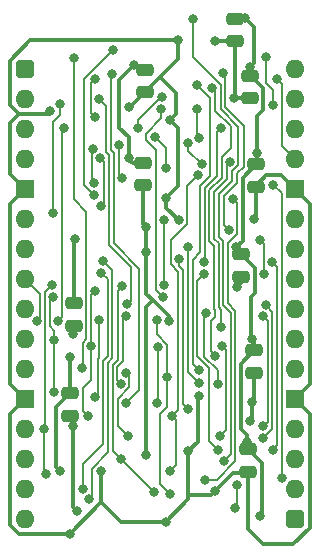
<source format=gbl>
%TF.GenerationSoftware,KiCad,Pcbnew,8.0.4*%
%TF.CreationDate,2024-08-19T17:09:53+02:00*%
%TF.ProjectId,HCP65 MPU NMI,48435036-3520-44d5-9055-204e4d492e6b,V1*%
%TF.SameCoordinates,PX54c81a0PY37b6b20*%
%TF.FileFunction,Copper,L2,Bot*%
%TF.FilePolarity,Positive*%
%FSLAX46Y46*%
G04 Gerber Fmt 4.6, Leading zero omitted, Abs format (unit mm)*
G04 Created by KiCad (PCBNEW 8.0.4) date 2024-08-19 17:09:53*
%MOMM*%
%LPD*%
G01*
G04 APERTURE LIST*
G04 Aperture macros list*
%AMRoundRect*
0 Rectangle with rounded corners*
0 $1 Rounding radius*
0 $2 $3 $4 $5 $6 $7 $8 $9 X,Y pos of 4 corners*
0 Add a 4 corners polygon primitive as box body*
4,1,4,$2,$3,$4,$5,$6,$7,$8,$9,$2,$3,0*
0 Add four circle primitives for the rounded corners*
1,1,$1+$1,$2,$3*
1,1,$1+$1,$4,$5*
1,1,$1+$1,$6,$7*
1,1,$1+$1,$8,$9*
0 Add four rect primitives between the rounded corners*
20,1,$1+$1,$2,$3,$4,$5,0*
20,1,$1+$1,$4,$5,$6,$7,0*
20,1,$1+$1,$6,$7,$8,$9,0*
20,1,$1+$1,$8,$9,$2,$3,0*%
G04 Aperture macros list end*
%TA.AperFunction,ComponentPad*%
%ADD10RoundRect,0.400000X-0.400000X-0.400000X0.400000X-0.400000X0.400000X0.400000X-0.400000X0.400000X0*%
%TD*%
%TA.AperFunction,ComponentPad*%
%ADD11O,1.600000X1.600000*%
%TD*%
%TA.AperFunction,ComponentPad*%
%ADD12R,1.600000X1.600000*%
%TD*%
%TA.AperFunction,SMDPad,CuDef*%
%ADD13RoundRect,0.250000X-0.475000X0.250000X-0.475000X-0.250000X0.475000X-0.250000X0.475000X0.250000X0*%
%TD*%
%TA.AperFunction,SMDPad,CuDef*%
%ADD14RoundRect,0.250000X0.475000X-0.250000X0.475000X0.250000X-0.475000X0.250000X-0.475000X-0.250000X0*%
%TD*%
%TA.AperFunction,ViaPad*%
%ADD15C,0.800000*%
%TD*%
%TA.AperFunction,Conductor*%
%ADD16C,0.380000*%
%TD*%
%TA.AperFunction,Conductor*%
%ADD17C,0.200000*%
%TD*%
G04 APERTURE END LIST*
D10*
%TO.P,J2,1,Pin_1*%
%TO.N,5V*%
X0Y0D03*
D11*
%TO.P,J2,2,Pin_2*%
%TO.N,~{Reset}*%
X0Y-2540000D03*
%TO.P,J2,3,Pin_3*%
%TO.N,~{RD}*%
X0Y-5080000D03*
%TO.P,J2,4,Pin_4*%
%TO.N,~{WD}*%
X0Y-7620000D03*
D12*
%TO.P,J2,5,Pin_5*%
%TO.N,GND*%
X0Y-10160000D03*
D11*
%TO.P,J2,6,Pin_6*%
%TO.N,MPU1*%
X0Y-12700000D03*
%TO.P,J2,7,Pin_7*%
%TO.N,MPU0*%
X0Y-15240000D03*
%TO.P,J2,8,Pin_8*%
%TO.N,D0*%
X0Y-17780000D03*
%TO.P,J2,9,Pin_9*%
%TO.N,D1*%
X0Y-20320000D03*
%TO.P,J2,10,Pin_10*%
%TO.N,D2*%
X0Y-22860000D03*
%TO.P,J2,11,Pin_11*%
%TO.N,D3*%
X0Y-25400000D03*
D12*
%TO.P,J2,12,Pin_12*%
%TO.N,GND*%
X0Y-27940000D03*
D11*
%TO.P,J2,13,Pin_13*%
%TO.N,D4*%
X0Y-30480000D03*
%TO.P,J2,14,Pin_14*%
%TO.N,D5*%
X0Y-33020000D03*
%TO.P,J2,15,Pin_15*%
%TO.N,D6*%
X0Y-35560000D03*
%TO.P,J2,16,Pin_16*%
%TO.N,D7*%
X0Y-38100000D03*
D10*
%TO.P,J2,17,Pin_17*%
%TO.N,5V*%
X22860000Y-38100000D03*
D11*
%TO.P,J2,18,Pin_18*%
%TO.N,Timer*%
X22860000Y-35560000D03*
%TO.P,J2,19,Pin_19*%
%TO.N,Break_{3}*%
X22860000Y-33020000D03*
%TO.P,J2,20,Pin_20*%
%TO.N,Break_{2}*%
X22860000Y-30480000D03*
D12*
%TO.P,J2,21,Pin_21*%
%TO.N,GND*%
X22860000Y-27940000D03*
D11*
%TO.P,J2,22,Pin_22*%
%TO.N,Break_{1}*%
X22860000Y-25400000D03*
%TO.P,J2,23,Pin_23*%
%TO.N,~{NMI State}*%
X22860000Y-22860000D03*
%TO.P,J2,24,Pin_24*%
%TO.N,NMI Enabled*%
X22860000Y-20320000D03*
%TO.P,J2,25,Pin_25*%
%TO.N,~{Set Timer}*%
X22860000Y-17780000D03*
%TO.P,J2,26,Pin_26*%
%TO.N,Set Enable NMI*%
X22860000Y-15240000D03*
%TO.P,J2,27,Pin_27*%
%TO.N,Set Disable NMI*%
X22860000Y-12700000D03*
D12*
%TO.P,J2,28,Pin_28*%
%TO.N,GND*%
X22860000Y-10160000D03*
D11*
%TO.P,J2,29,Pin_29*%
%TO.N,~{Set Break}_{1}*%
X22860000Y-7620000D03*
%TO.P,J2,30,Pin_30*%
%TO.N,~{Set Break}_{2}*%
X22860000Y-5080000D03*
%TO.P,J2,31,Pin_31*%
%TO.N,~{Set Break}_{3}*%
X22860000Y-2540000D03*
%TO.P,J2,32,Pin_32*%
%TO.N,~{NMI}*%
X22860000Y0D03*
%TD*%
D13*
%TO.P,C15,1*%
%TO.N,/3.3V*%
X18923000Y-32213000D03*
%TO.P,C15,2*%
%TO.N,GND*%
X18923000Y-34113000D03*
%TD*%
%TO.P,C5,1*%
%TO.N,/3.3V*%
X18288000Y-15703000D03*
%TO.P,C5,2*%
%TO.N,GND*%
X18288000Y-17603000D03*
%TD*%
%TO.P,C10,1*%
%TO.N,/3.3V*%
X19558000Y-8083000D03*
%TO.P,C10,2*%
%TO.N,GND*%
X19558000Y-9983000D03*
%TD*%
%TO.P,C1,1*%
%TO.N,/3.3V*%
X19431000Y-23831000D03*
%TO.P,C1,2*%
%TO.N,GND*%
X19431000Y-25731000D03*
%TD*%
%TO.P,C2,1*%
%TO.N,/3.3V*%
X19050000Y-590000D03*
%TO.P,C2,2*%
%TO.N,GND*%
X19050000Y-2490000D03*
%TD*%
%TO.P,C6,1*%
%TO.N,/3.3V*%
X17780000Y4236000D03*
%TO.P,C6,2*%
%TO.N,GND*%
X17780000Y2336000D03*
%TD*%
%TO.P,C3,1*%
%TO.N,/3.3V*%
X10033000Y-7956000D03*
%TO.P,C3,2*%
%TO.N,GND*%
X10033000Y-9856000D03*
%TD*%
%TO.P,C14,1*%
%TO.N,/3.3V*%
X10160000Y-82000D03*
%TO.P,C14,2*%
%TO.N,GND*%
X10160000Y-1982000D03*
%TD*%
D14*
%TO.P,C7,1*%
%TO.N,/3.3V*%
X4191000Y-21762000D03*
%TO.P,C7,2*%
%TO.N,GND*%
X4191000Y-19862000D03*
%TD*%
%TO.P,C12,1*%
%TO.N,/3.3V*%
X3810000Y-29382000D03*
%TO.P,C12,2*%
%TO.N,GND*%
X3810000Y-27482000D03*
%TD*%
D15*
%TO.N,GND*%
X12276615Y-4344307D03*
X2159000Y-3568000D03*
X16090212Y2352006D03*
%TO.N,/3.3V*%
X4445000Y-37465000D03*
%TO.N,D7*%
X5461004Y-36449000D03*
%TO.N,D6*%
X4903999Y-35560000D03*
%TO.N,GND*%
X10287000Y-32721000D03*
X2970000Y-34036000D03*
X13023623Y-12827000D03*
X12953992Y2413000D03*
X12192000Y-21336000D03*
X3784616Y-39370000D03*
X16091950Y-35761000D03*
X8801231Y-3257622D03*
X14731998Y-27686002D03*
X19098000Y-29845000D03*
X17712498Y-2427111D03*
X19269013Y-28197073D03*
X17946327Y-18484000D03*
X11938000Y-38354000D03*
X10225630Y-13351053D03*
X4232151Y-14436831D03*
X3810000Y-24383990D03*
X13843000Y-32385000D03*
X11938000Y-10922000D03*
X10290327Y-15490665D03*
X6477000Y-34048228D03*
X19431000Y-12700000D03*
%TO.N,/3.3V*%
X9238906Y312476D03*
X18796000Y-31623000D03*
X19272508Y-22900476D03*
X19685000Y-7087000D03*
X17907000Y-15113000D03*
X19050000Y127000D03*
X8826132Y-7572769D03*
X4063999Y-30225999D03*
X19939000Y-37846000D03*
X18669000Y4318000D03*
X4064004Y-22479004D03*
%TO.N,D5*%
X10922000Y-35814000D03*
X17942114Y-35252888D03*
X8128010Y-33020000D03*
X17780000Y-37211000D03*
X8255000Y-18415000D03*
%TO.N,/NMI State\u00B7WD*%
X12319006Y-34036000D03*
X14643811Y-9001487D03*
X12495501Y-29386499D03*
%TO.N,D4*%
X1651000Y-30480000D03*
X2275227Y-18287683D03*
X1778000Y-34290000D03*
%TO.N,NMI Enabled*%
X11811000Y-18288000D03*
X11811000Y-12827000D03*
%TO.N,/Write Enable NMI*%
X17653000Y-11049000D03*
X15240000Y-34798000D03*
%TO.N,~{NMI State}*%
X17356000Y-7877000D03*
X16637000Y-21844000D03*
%TO.N,~{WD}*%
X11971570Y-8393510D03*
X10988510Y-5743209D03*
%TO.N,~{Set Timer}*%
X17253000Y-13624291D03*
X16764000Y-381000D03*
%TO.N,~{Set Break}_{1}*%
X21336000Y-889000D03*
%TO.N,/Set Timer*%
X14604997Y-1396997D03*
X14784000Y-25527000D03*
%TO.N,/Set Break_{1}*%
X15874984Y-1651000D03*
X16119333Y-24266667D03*
%TO.N,~{Reset}*%
X9616132Y-5018000D03*
X11636233Y-2355818D03*
%TO.N,/Write Disable NMI*%
X21742400Y-34594800D03*
X21049208Y-9807000D03*
%TO.N,/~{Unmasked NMI}*%
X16881801Y-33167411D03*
X14224000Y4252000D03*
%TO.N,/~{Timer}\u00B7~{Break}_{1}*%
X20966002Y-16383000D03*
X21042400Y-32258000D03*
%TO.N,/~{Break}_{2}\u00B7~{Break}_{3}*%
X15171000Y-17399000D03*
X16383000Y-32258000D03*
%TO.N,/Set Break_{2}*%
X5969750Y-4113687D03*
X5959196Y-853012D03*
%TO.N,/Set Break_{3}*%
X21036000Y-3048006D03*
X20447000Y1016000D03*
%TO.N,/NMI Mask*%
X7442200Y1600200D03*
X5835528Y-10669296D03*
%TO.N,/~{Disable NMI}*%
X14990643Y-8063557D03*
X5757054Y-6778768D03*
X13840085Y-6266944D03*
X5842000Y-9652000D03*
%TO.N,/~{Enable NMI}*%
X6421207Y-11637989D03*
X6382333Y-7561000D03*
%TO.N,Break_{1}*%
X15367000Y-20701000D03*
X16318000Y-26670000D03*
%TO.N,Timer*%
X12280269Y-35984607D03*
X12054652Y-26109992D03*
X11176004Y-21284000D03*
%TO.N,D3*%
X5969000Y-18796000D03*
X5612000Y-23501586D03*
X5386190Y-29411810D03*
%TO.N,/~{Clear Timer}*%
X11175998Y-28298000D03*
X11238000Y-23513502D03*
%TO.N,D2*%
X2394000Y-19284000D03*
X2478000Y-27323916D03*
X2477994Y-22925002D03*
%TO.N,/~{Timer}*%
X14750975Y-26588689D03*
X13843000Y-15051000D03*
%TO.N,/~{Break}_{1}*%
X13038000Y-16129000D03*
X13843000Y-28829000D03*
%TO.N,D1*%
X8123000Y-26670000D03*
X8574000Y-20955001D03*
%TO.N,/~{Clear Break}_{1}*%
X16717961Y-23431500D03*
X8585498Y-25783379D03*
X16510000Y-31115000D03*
X8763000Y-31115000D03*
%TO.N,D7*%
X6604000Y-16256000D03*
%TO.N,/~{Break}_{2}*%
X2413000Y-12192000D03*
X19939000Y-14478000D03*
X2973970Y-2938000D03*
X20265996Y-17398998D03*
%TO.N,/~{Break}_{3}*%
X16579446Y-5010558D03*
X15171000Y-16385981D03*
%TO.N,/~{Clear Break}_{2}*%
X4855001Y-25316000D03*
X4191000Y889000D03*
%TO.N,/~{Clear Break}_{3}*%
X8569000Y-28256000D03*
X7347527Y-400321D03*
%TO.N,Break_{3}*%
X11668037Y-19284000D03*
X20193000Y-31242000D03*
X20399533Y-19992483D03*
X11557000Y-3404733D03*
%TO.N,Break_{2}*%
X20193000Y-30226000D03*
X8636000Y-19939000D03*
X6285000Y-2533687D03*
X20131323Y-20955846D03*
%TO.N,~{RD}*%
X2794000Y-21336000D03*
X3310001Y-5018000D03*
%TO.N,D0*%
X5923000Y-27819137D03*
X6316000Y-21265140D03*
X994000Y-21305882D03*
%TO.N,D6*%
X6477000Y-17272000D03*
%TO.N,/~{Reset}_{2}*%
X8001000Y-6418000D03*
X14732638Y-5816000D03*
X8221063Y-9207500D03*
X14605000Y-3429000D03*
%TD*%
D16*
%TO.N,GND*%
X12827000Y-2032000D02*
X11468500Y-673500D01*
X12827000Y-3793922D02*
X12827000Y-2032000D01*
X12276615Y-4344307D02*
X12827000Y-3793922D01*
X10160000Y-1982000D02*
X11468500Y-673500D01*
X11468500Y-673500D02*
X12953992Y811992D01*
D17*
%TO.N,~{Reset}*%
X11545254Y-2355818D02*
X11636233Y-2355818D01*
X9616132Y-4284940D02*
X11545254Y-2355818D01*
X9616132Y-5018000D02*
X9616132Y-4284940D01*
%TO.N,Break_{3}*%
X11557000Y-4153896D02*
X11557000Y-3404733D01*
X10238510Y-5472386D02*
X11557000Y-4153896D01*
X10238510Y-6053870D02*
X10238510Y-5472386D01*
X11074000Y-6889360D02*
X10238510Y-6053870D01*
X11074000Y-18689963D02*
X11074000Y-6889360D01*
X11668037Y-19284000D02*
X11074000Y-18689963D01*
D16*
%TO.N,GND*%
X12954000Y-5021692D02*
X12276615Y-4344307D01*
X12954000Y-9271000D02*
X12954000Y-5021692D01*
D17*
%TO.N,~{WD}*%
X11971570Y-8393510D02*
X11971570Y-6726269D01*
X11971570Y-6726269D02*
X10988510Y-5743209D01*
D16*
%TO.N,GND*%
X12954000Y-9906000D02*
X12954000Y-9271000D01*
X11938000Y-10922000D02*
X12954000Y-9906000D01*
X11938000Y-11741377D02*
X11938000Y-10922000D01*
X13023623Y-12827000D02*
X11938000Y-11741377D01*
D17*
%TO.N,/NMI State\u00B7WD*%
X13723623Y-13116950D02*
X12338000Y-14502573D01*
X12338000Y-16529000D02*
X13005000Y-17196000D01*
%TO.N,/Set Timer*%
X15710000Y-2502000D02*
X14604997Y-1396997D01*
X14826000Y-9930623D02*
X15710000Y-9046623D01*
X14826000Y-15527000D02*
X14826000Y-9930623D01*
%TO.N,/NMI State\u00B7WD*%
X13005000Y-17196000D02*
X13005000Y-28877000D01*
%TO.N,/Set Timer*%
X14784000Y-25527000D02*
X14205000Y-24948000D01*
%TO.N,/NMI State\u00B7WD*%
X12338000Y-14502573D02*
X12338000Y-16529000D01*
%TO.N,/~{Break}_{3}*%
X16256000Y-5334004D02*
X16579446Y-5010558D01*
X16256000Y-9066309D02*
X16256000Y-5334004D01*
X15226000Y-10096309D02*
X16256000Y-9066309D01*
%TO.N,/Set Break_{1}*%
X15748000Y-21309950D02*
X15748000Y-23895334D01*
X15748000Y-23895334D02*
X16119333Y-24266667D01*
X16067000Y-20990950D02*
X15748000Y-21309950D01*
X16067000Y-20411052D02*
X16067000Y-20990950D01*
X16007000Y-14991000D02*
X16007000Y-20351052D01*
%TO.N,/NMI State\u00B7WD*%
X14643811Y-9001487D02*
X13723623Y-9921675D01*
X13005000Y-28877000D02*
X12495501Y-29386499D01*
%TO.N,/Set Break_{1}*%
X15626000Y-14610000D02*
X16007000Y-14991000D01*
%TO.N,/Set Timer*%
X15710000Y-9046623D02*
X15710000Y-2502000D01*
%TO.N,/Set Break_{1}*%
X15626000Y-10261994D02*
X15626000Y-14610000D01*
X16007000Y-20351052D02*
X16067000Y-20411052D01*
X16656000Y-7474000D02*
X16656000Y-9231994D01*
X17418000Y-6712000D02*
X16656000Y-7474000D01*
X15874984Y-1651000D02*
X16110000Y-1886016D01*
%TO.N,/Set Timer*%
X14205000Y-16148000D02*
X14826000Y-15527000D01*
%TO.N,/Set Break_{1}*%
X16656000Y-9231994D02*
X15626000Y-10261994D01*
X16110000Y-1886016D02*
X16110000Y-3537000D01*
%TO.N,/NMI State\u00B7WD*%
X13723623Y-9921675D02*
X13723623Y-13116950D01*
%TO.N,/~{Disable NMI}*%
X13840085Y-6912999D02*
X14990643Y-8063557D01*
%TO.N,/~{Break}_{3}*%
X15171000Y-16385981D02*
X15226000Y-16330981D01*
%TO.N,/Set Timer*%
X14205000Y-24948000D02*
X14205000Y-16148000D01*
%TO.N,/~{Break}_{3}*%
X15226000Y-16330981D02*
X15226000Y-10096309D01*
%TO.N,/Set Break_{1}*%
X17418000Y-4845000D02*
X17418000Y-6712000D01*
%TO.N,/~{Disable NMI}*%
X13840085Y-6266944D02*
X13840085Y-6912999D01*
%TO.N,/Set Break_{1}*%
X16110000Y-3537000D02*
X17418000Y-4845000D01*
%TO.N,/Set Break_{3}*%
X21036000Y-1771939D02*
X21036000Y-3048006D01*
X20447000Y1016000D02*
X20447000Y-1182939D01*
X20447000Y-1182939D02*
X21036000Y-1771939D01*
D16*
%TO.N,/3.3V*%
X19685000Y-4028548D02*
X19685000Y-7087000D01*
X20193000Y-1621903D02*
X20193000Y-3520548D01*
X20193000Y-3520548D02*
X19685000Y-4028548D01*
X19431000Y-859903D02*
X20193000Y-1621903D01*
X19431000Y508000D02*
X19050000Y127000D01*
X18669000Y4318000D02*
X19431000Y3556000D01*
X19431000Y3556000D02*
X19431000Y508000D01*
X19050000Y-590000D02*
X19050000Y127000D01*
%TO.N,GND*%
X17780000Y-2359609D02*
X17780000Y2336000D01*
X17775387Y-2490000D02*
X19050000Y-2490000D01*
X17712498Y-2427111D02*
X17775387Y-2490000D01*
X17712498Y-2427111D02*
X17780000Y-2359609D01*
%TO.N,/3.3V*%
X8826132Y-5778132D02*
X8826132Y-7572769D01*
X8011229Y-915201D02*
X8011229Y-4963229D01*
X8011229Y-4963229D02*
X8826132Y-5778132D01*
X9238906Y312476D02*
X8011229Y-915201D01*
D17*
%TO.N,/~{Unmasked NMI}*%
X14224000Y1016000D02*
X14224000Y4252000D01*
X16575000Y-1335000D02*
X14224000Y1016000D01*
X16575000Y-3436314D02*
X16575000Y-1335000D01*
X18056000Y-4917314D02*
X16575000Y-3436314D01*
X18056000Y-8175314D02*
X18056000Y-4917314D01*
X17553000Y-8678314D02*
X18056000Y-8175314D01*
X17553000Y-9466365D02*
X17553000Y-8678314D01*
X16426000Y-10593365D02*
X17553000Y-9466365D01*
X16426000Y-14223999D02*
X16426000Y-10593365D01*
X16807000Y-20019680D02*
X16807000Y-14605000D01*
X17418001Y-32631211D02*
X17418001Y-20630681D01*
X16807000Y-14605000D02*
X16426000Y-14223999D01*
X16881801Y-33167411D02*
X17418001Y-32631211D01*
X17418001Y-20630681D02*
X16807000Y-20019680D01*
D16*
%TO.N,GND*%
X-1270000Y-3048000D02*
X-508000Y-3810000D01*
X-1270000Y697312D02*
X-1270000Y-3048000D01*
X1917000Y-3810000D02*
X2159000Y-3568000D01*
X-1270000Y-8890000D02*
X-1270000Y-4572000D01*
X-1270000Y-4572000D02*
X-508000Y-3810000D01*
X-508000Y-3810000D02*
X1917000Y-3810000D01*
D17*
%TO.N,/~{Break}_{2}*%
X2413000Y-4478000D02*
X2413000Y-12192000D01*
X2973970Y-3917030D02*
X2413000Y-4478000D01*
X2973970Y-2938000D02*
X2973970Y-3917030D01*
D16*
%TO.N,GND*%
X16106218Y2336000D02*
X16090212Y2352006D01*
X17780000Y2336000D02*
X16106218Y2336000D01*
D17*
%TO.N,/NMI Mask*%
X4965000Y-9798768D02*
X5835528Y-10669296D01*
X4965000Y-857258D02*
X4965000Y-9798768D01*
X7422458Y1600200D02*
X4965000Y-857258D01*
X7442200Y1600200D02*
X7422458Y1600200D01*
%TO.N,/~{Disable NMI}*%
X5673455Y-9483455D02*
X5842000Y-9652000D01*
X5757054Y-6778768D02*
X5673455Y-6862367D01*
X5673455Y-6862367D02*
X5673455Y-9483455D01*
%TO.N,/~{Reset}_{2}*%
X8001000Y-8987437D02*
X8001000Y-6418000D01*
X8221063Y-9207500D02*
X8001000Y-8987437D01*
%TO.N,D7*%
X5653999Y-36256005D02*
X5461004Y-36449000D01*
D16*
%TO.N,/3.3V*%
X4063999Y-37083999D02*
X4063999Y-30225999D01*
D17*
%TO.N,D7*%
X7023000Y-32474000D02*
X5653999Y-33843001D01*
X7023000Y-24891678D02*
X7023000Y-32474000D01*
X7416000Y-24498678D02*
X7023000Y-24891678D01*
X7416000Y-17068000D02*
X7416000Y-24498678D01*
X6604000Y-16256000D02*
X7416000Y-17068000D01*
%TO.N,D6*%
X4903999Y-33450001D02*
X4903999Y-35560000D01*
X7016000Y-17811000D02*
X7016000Y-24332994D01*
D16*
%TO.N,/3.3V*%
X4445000Y-37465000D02*
X4063999Y-37083999D01*
D17*
%TO.N,D6*%
X6477000Y-17272000D02*
X7016000Y-17811000D01*
%TO.N,D7*%
X5653999Y-33843001D02*
X5653999Y-36256005D01*
%TO.N,D6*%
X7016000Y-24332994D02*
X6623000Y-24725994D01*
X6623000Y-31731000D02*
X4903999Y-33450001D01*
X6623000Y-24725994D02*
X6623000Y-31731000D01*
D16*
%TO.N,GND*%
X3810000Y-27482000D02*
X2667000Y-28625000D01*
X2667000Y-33733000D02*
X2970000Y-34036000D01*
X2667000Y-28625000D02*
X2667000Y-33733000D01*
%TO.N,/3.3V*%
X18796000Y-31623000D02*
X18796000Y-30968000D01*
X18796000Y-30968000D02*
X18308000Y-30480000D01*
X18308000Y-24954000D02*
X18308000Y-30480000D01*
X18923000Y-31750000D02*
X18796000Y-31623000D01*
X18923000Y-32213000D02*
X18923000Y-31750000D01*
X19431000Y-23831000D02*
X18308000Y-24954000D01*
%TO.N,GND*%
X18923000Y-38989000D02*
X18923000Y-34113000D01*
X20193000Y-40259000D02*
X18923000Y-38989000D01*
X22733000Y-40259000D02*
X20193000Y-40259000D01*
X24130000Y-29210000D02*
X24130000Y-38862000D01*
%TO.N,/3.3V*%
X18923000Y-32213000D02*
X20066000Y-33356000D01*
X20066000Y-33356000D02*
X20066000Y-37719000D01*
%TO.N,GND*%
X22860000Y-27940000D02*
X24130000Y-29210000D01*
X24130000Y-38862000D02*
X22733000Y-40259000D01*
%TO.N,/3.3V*%
X20066000Y-37719000D02*
X19939000Y-37846000D01*
%TO.N,GND*%
X445688Y2413000D02*
X-1270000Y697312D01*
X12953992Y2413000D02*
X445688Y2413000D01*
X-1270000Y-8890000D02*
X0Y-10160000D01*
X-1270000Y-38608000D02*
X-508000Y-39370000D01*
X-1270000Y-29210000D02*
X-1270000Y-38608000D01*
X-508000Y-39370000D02*
X3784616Y-39370000D01*
X0Y-27940000D02*
X-1270000Y-29210000D01*
X24130000Y-11430000D02*
X24130000Y-26670000D01*
X24130000Y-26670000D02*
X22860000Y-27940000D01*
X22860000Y-10160000D02*
X24130000Y-11430000D01*
D17*
%TO.N,~{RD}*%
X3126477Y-5201524D02*
X3310001Y-5018000D01*
X2794000Y-21336000D02*
X3126477Y-21003523D01*
X3126477Y-21003523D02*
X3126477Y-5201524D01*
%TO.N,NMI Enabled*%
X11811000Y-18288000D02*
X11811000Y-12827000D01*
D16*
%TO.N,GND*%
X10033000Y-9856000D02*
X10033000Y-13158423D01*
X10290327Y-13415750D02*
X10225630Y-13351053D01*
X10290327Y-15490665D02*
X10290327Y-13415750D01*
X10033000Y-13158423D02*
X10225630Y-13351053D01*
X10290327Y-19023519D02*
X10290327Y-15490665D01*
X10873404Y-19606596D02*
X10290327Y-19023519D01*
D17*
%TO.N,/~{Clear Break}_{3}*%
X7521063Y-7140064D02*
X7265545Y-6884546D01*
X7265545Y-6884546D02*
X7265545Y-482303D01*
X7265545Y-482303D02*
X7347527Y-400321D01*
X7521063Y-14760063D02*
X7521063Y-7140064D01*
X9674000Y-16913000D02*
X7521063Y-14760063D01*
X9674000Y-27151000D02*
X9674000Y-16913000D01*
X8569000Y-28256000D02*
X9674000Y-27151000D01*
D16*
%TO.N,GND*%
X10287000Y-20193000D02*
X10287000Y-32721000D01*
X10873404Y-19606596D02*
X10287000Y-20193000D01*
X12192000Y-20925192D02*
X10873404Y-19606596D01*
D17*
%TO.N,/~{Clear Break}_{1}*%
X7869000Y-30221000D02*
X8763000Y-31115000D01*
X7869000Y-27913950D02*
X7869000Y-30221000D01*
X8585498Y-25783379D02*
X8828000Y-26025881D01*
X8828000Y-26025881D02*
X8828000Y-26954950D01*
X8828000Y-26954950D02*
X7869000Y-27913950D01*
X17018001Y-23731540D02*
X17018001Y-30606999D01*
X17018001Y-30606999D02*
X16510000Y-31115000D01*
X16717961Y-23431500D02*
X17018001Y-23731540D01*
%TO.N,Timer*%
X11176004Y-22460054D02*
X11176004Y-21284000D01*
X12054652Y-26109992D02*
X12054652Y-23338702D01*
X12054652Y-23338702D02*
X11176004Y-22460054D01*
X11442000Y-35146338D02*
X12280269Y-35984607D01*
X11442000Y-29198000D02*
X11442000Y-35146338D01*
X12054652Y-26109992D02*
X12054652Y-28585348D01*
X12054652Y-28585348D02*
X11442000Y-29198000D01*
%TO.N,/~{Clear Timer}*%
X11238000Y-23513502D02*
X11239498Y-23515000D01*
X11239498Y-23515000D02*
X11239498Y-28234500D01*
X11239498Y-28234500D02*
X11175998Y-28298000D01*
D16*
%TO.N,GND*%
X3810000Y-27482000D02*
X3810000Y-24383990D01*
X13843000Y-32385000D02*
X14668496Y-31559504D01*
X14668496Y-31559504D02*
X14668496Y-27749504D01*
D17*
%TO.N,/~{Timer}*%
X13843000Y-15051000D02*
X13805000Y-15089000D01*
X13805000Y-25642714D02*
X14750975Y-26588689D01*
X13805000Y-15089000D02*
X13805000Y-25642714D01*
D16*
%TO.N,GND*%
X14668496Y-27749504D02*
X14731998Y-27686002D01*
%TO.N,/3.3V*%
X9329380Y222002D02*
X9238906Y312476D01*
X9855998Y222002D02*
X9329380Y222002D01*
%TO.N,GND*%
X-1270000Y-11430000D02*
X-1270000Y-26670000D01*
X-1270000Y-26670000D02*
X0Y-27940000D01*
X0Y-10160000D02*
X-1270000Y-11430000D01*
X4191000Y-19862000D02*
X4191000Y-14477982D01*
X4191000Y-14477982D02*
X4232151Y-14436831D01*
D17*
%TO.N,D0*%
X1270000Y-21029882D02*
X1270000Y-19050000D01*
X994000Y-21305882D02*
X1270000Y-21029882D01*
X1270000Y-19050000D02*
X0Y-17780000D01*
%TO.N,D2*%
X2094000Y-19584000D02*
X2394000Y-19284000D01*
X2094000Y-21779000D02*
X2094000Y-19584000D01*
X2477994Y-22162994D02*
X2094000Y-21779000D01*
X2477994Y-22925002D02*
X2477994Y-22162994D01*
X2478000Y-22925008D02*
X2477994Y-22925002D01*
X2478000Y-27323916D02*
X2478000Y-22925008D01*
%TO.N,D5*%
X8128010Y-33020010D02*
X10922000Y-35814000D01*
X8128010Y-33020000D02*
X8128010Y-33020010D01*
X7423000Y-25057364D02*
X7423000Y-32314990D01*
X7874000Y-24606364D02*
X7423000Y-25057364D01*
X7874000Y-18796000D02*
X7874000Y-24606364D01*
X7423000Y-32314990D02*
X8128010Y-33020000D01*
X8255000Y-18415000D02*
X7874000Y-18796000D01*
%TO.N,/Write Enable NMI*%
X16241163Y-34798000D02*
X15240000Y-34798000D01*
X17818001Y-33221162D02*
X16241163Y-34798000D01*
X17953000Y-11349000D02*
X17953000Y-13954009D01*
X17207000Y-14700009D02*
X17207000Y-19853994D01*
X17818001Y-20464995D02*
X17818001Y-33221162D01*
X17653000Y-11049000D02*
X17953000Y-11349000D01*
X17953000Y-13954009D02*
X17207000Y-14700009D01*
X17207000Y-19853994D02*
X17818001Y-20464995D01*
D16*
%TO.N,GND*%
X17598223Y-34254727D02*
X16091950Y-35761000D01*
X13843000Y-36068000D02*
X15784950Y-36068000D01*
X18908273Y-34254727D02*
X17598223Y-34254727D01*
X15784950Y-36068000D02*
X16091950Y-35761000D01*
X13843000Y-36449000D02*
X11938000Y-38354000D01*
X13843000Y-32385000D02*
X13843000Y-36449000D01*
X8153384Y-38354000D02*
X11938000Y-38354000D01*
X6477000Y-36677616D02*
X8153384Y-38354000D01*
D17*
%TO.N,D5*%
X17780000Y-37211000D02*
X17942114Y-37048886D01*
X17942114Y-37048886D02*
X17942114Y-35252888D01*
%TO.N,/NMI State\u00B7WD*%
X12826998Y-29717996D02*
X12495501Y-29386499D01*
X12319006Y-34036000D02*
X12826998Y-33528008D01*
X12826998Y-33528008D02*
X12826998Y-29717996D01*
%TO.N,/~{Reset}_{2}*%
X14732638Y-5816000D02*
X14605000Y-5688362D01*
X14605000Y-5688362D02*
X14605000Y-3429000D01*
%TO.N,~{Set Timer}*%
X16975000Y-592000D02*
X16764000Y-381000D01*
X16975000Y-3264815D02*
X16975000Y-592000D01*
X18533000Y-4822815D02*
X16975000Y-3264815D01*
X17953000Y-8844000D02*
X18533000Y-8264000D01*
X17953000Y-9632050D02*
X17953000Y-8844000D01*
X16826000Y-13197291D02*
X16826000Y-10759050D01*
X18533000Y-8264000D02*
X18533000Y-4822815D01*
X17253000Y-13624291D02*
X16826000Y-13197291D01*
X16826000Y-10759050D02*
X17953000Y-9632050D01*
D16*
%TO.N,/3.3V*%
X18587000Y4236000D02*
X18669000Y4318000D01*
X17780000Y4236000D02*
X18587000Y4236000D01*
%TO.N,GND*%
X12953992Y811992D02*
X12953992Y2413000D01*
X8884378Y-3257622D02*
X8801231Y-3257622D01*
X10160000Y-1982000D02*
X8884378Y-3257622D01*
D17*
%TO.N,D3*%
X4931000Y-28956620D02*
X5386190Y-29411810D01*
X4931000Y-27040001D02*
X4931000Y-28956620D01*
X5612000Y-26359001D02*
X4931000Y-27040001D01*
X5612000Y-23501586D02*
X5612000Y-26359001D01*
D16*
%TO.N,GND*%
X18288000Y-17603000D02*
X18288000Y-18142327D01*
X19431000Y-28035086D02*
X19269013Y-28197073D01*
X20447000Y-9017000D02*
X21717000Y-9017000D01*
X18288000Y-18142327D02*
X17946327Y-18484000D01*
X19558000Y-12573000D02*
X19431000Y-12700000D01*
X3784616Y-39370000D02*
X6477000Y-36677616D01*
X19269013Y-28197073D02*
X19269013Y-29673987D01*
X19558000Y-9906000D02*
X20447000Y-9017000D01*
X12192000Y-21336000D02*
X12192000Y-20925192D01*
X19431000Y-25731000D02*
X19431000Y-28035086D01*
X21717000Y-9017000D02*
X22860000Y-10160000D01*
X6477000Y-36677616D02*
X6477000Y-34048228D01*
X19269013Y-29673987D02*
X19098000Y-29845000D01*
X19558000Y-9983000D02*
X19558000Y-12573000D01*
%TO.N,/3.3V*%
X4063999Y-29889999D02*
X4063999Y-30225999D01*
X19431000Y-23831000D02*
X19431000Y-23058968D01*
X19558000Y-8083000D02*
X18443000Y-9198000D01*
X18288000Y-15703000D02*
X19476004Y-16891004D01*
X19476004Y-16891004D02*
X19476004Y-18979225D01*
X19476004Y-18979225D02*
X19164787Y-19290442D01*
X19431000Y-23058968D02*
X19272508Y-22900476D01*
X19164787Y-19290442D02*
X19164787Y-22792755D01*
X8826132Y-7683132D02*
X8826132Y-7572769D01*
X3683000Y-29509000D02*
X4063999Y-29889999D01*
X18443000Y-14577000D02*
X17907000Y-15113000D01*
X19164787Y-22792755D02*
X19272508Y-22900476D01*
X9144000Y-8001000D02*
X8826132Y-7683132D01*
X19685000Y-7956000D02*
X19685000Y-7087000D01*
X18288000Y-15703000D02*
X17907000Y-15322000D01*
X4064004Y-21888996D02*
X4064004Y-22479004D01*
X9988000Y-8001000D02*
X9144000Y-8001000D01*
X17907000Y-15322000D02*
X17907000Y-15113000D01*
X18443000Y-9198000D02*
X18443000Y-14577000D01*
D17*
%TO.N,D4*%
X1694000Y-18868910D02*
X2275227Y-18287683D01*
X1651000Y-30480000D02*
X1651000Y-34163000D01*
X1651000Y-34163000D02*
X1778000Y-34290000D01*
X1651000Y-30480000D02*
X1694000Y-30437000D01*
X1694000Y-30437000D02*
X1694000Y-18868910D01*
%TO.N,~{NMI State}*%
X16407000Y-20185366D02*
X16637000Y-20415366D01*
X17153000Y-8080000D02*
X17153000Y-9300680D01*
X16407000Y-14770685D02*
X16407000Y-20185366D01*
X17356000Y-7877000D02*
X17153000Y-8080000D01*
X16637000Y-20415366D02*
X16637000Y-21844000D01*
X17153000Y-9300680D02*
X16026000Y-10427680D01*
X16026000Y-14389684D02*
X16407000Y-14770685D01*
X16026000Y-10427680D02*
X16026000Y-14389684D01*
%TO.N,~{Set Break}_{1}*%
X21760000Y-1313000D02*
X21760000Y-6520000D01*
X21336000Y-889000D02*
X21760000Y-1313000D01*
X21760000Y-6520000D02*
X22860000Y-7620000D01*
%TO.N,/Write Disable NMI*%
X21049208Y-9807000D02*
X21760000Y-10517792D01*
X21760000Y-10517792D02*
X21760000Y-34577200D01*
X21760000Y-34577200D02*
X21742400Y-34594800D01*
%TO.N,/~{Timer}\u00B7~{Break}_{1}*%
X21042400Y-32148756D02*
X21042400Y-32258000D01*
X21355000Y-16771998D02*
X21355000Y-31836156D01*
X20966002Y-16383000D02*
X21355000Y-16771998D01*
X21355000Y-31836156D02*
X21042400Y-32148756D01*
%TO.N,/~{Break}_{2}\u00B7~{Break}_{3}*%
X16383000Y-32258000D02*
X15618000Y-31493000D01*
X15618000Y-25327686D02*
X14605000Y-24314686D01*
X15618000Y-31493000D02*
X15618000Y-25327686D01*
X14605000Y-24314686D02*
X14605000Y-17965000D01*
X14605000Y-17965000D02*
X15171000Y-17399000D01*
%TO.N,/Set Break_{2}*%
X5959196Y-853012D02*
X5585000Y-1227208D01*
X5585000Y-3728937D02*
X5969750Y-4113687D01*
X5585000Y-1227208D02*
X5585000Y-3728937D01*
%TO.N,/~{Enable NMI}*%
X6421207Y-11637989D02*
X6721063Y-11338133D01*
X6721063Y-11338133D02*
X6721063Y-7899730D01*
X6721063Y-7899730D02*
X6382333Y-7561000D01*
%TO.N,Break_{1}*%
X15208000Y-20860000D02*
X15367000Y-20701000D01*
X16318000Y-26670000D02*
X16318000Y-25462000D01*
X16318000Y-25462000D02*
X15208000Y-24352000D01*
X15208000Y-24352000D02*
X15208000Y-20860000D01*
%TO.N,D3*%
X5616000Y-23497586D02*
X5612000Y-23501586D01*
X5616000Y-19149000D02*
X5616000Y-23497586D01*
X5969000Y-18796000D02*
X5616000Y-19149000D01*
%TO.N,/~{Break}_{1}*%
X13405000Y-28391000D02*
X13405000Y-17030315D01*
X13405000Y-17030315D02*
X13038000Y-16663315D01*
X13843000Y-28829000D02*
X13405000Y-28391000D01*
X13038000Y-16663315D02*
X13038000Y-16129000D01*
%TO.N,D1*%
X8274000Y-21255001D02*
X8274000Y-24772050D01*
X8574000Y-20955001D02*
X8274000Y-21255001D01*
X7823000Y-25223050D02*
X7823000Y-26370000D01*
X8274000Y-24772050D02*
X7823000Y-25223050D01*
X7823000Y-26370000D02*
X8123000Y-26670000D01*
%TO.N,/~{Break}_{2}*%
X20265996Y-14804996D02*
X20265996Y-17398998D01*
X19939000Y-14478000D02*
X20265996Y-14804996D01*
%TO.N,/~{Clear Break}_{2}*%
X4912000Y-25259001D02*
X4855001Y-25316000D01*
X4912000Y-23211636D02*
X4912000Y-25259001D01*
X4191000Y-11049000D02*
X5216000Y-12074000D01*
X5216000Y-12074000D02*
X5216000Y-22907636D01*
X4191000Y889000D02*
X4191000Y-11049000D01*
X5216000Y-22907636D02*
X4912000Y-23211636D01*
%TO.N,Break_{3}*%
X20193000Y-31242000D02*
X20955000Y-30480000D01*
X20955000Y-20547950D02*
X20399533Y-19992483D01*
X20955000Y-30480000D02*
X20955000Y-20547950D01*
%TO.N,Break_{2}*%
X6858000Y-7042686D02*
X6858000Y-3106687D01*
X8955000Y-16759686D02*
X7121063Y-14925749D01*
X8955000Y-19620000D02*
X8955000Y-16759686D01*
X20555000Y-21379523D02*
X20131323Y-20955846D01*
X20555000Y-29864000D02*
X20555000Y-21379523D01*
X7121063Y-14925749D02*
X7121063Y-7305749D01*
X20193000Y-30226000D02*
X20555000Y-29864000D01*
X6858000Y-3106687D02*
X6285000Y-2533687D01*
X7121063Y-7305749D02*
X6858000Y-7042686D01*
X8636000Y-19939000D02*
X8955000Y-19620000D01*
%TO.N,D0*%
X6223000Y-24560309D02*
X6223000Y-27519137D01*
X6316000Y-24467309D02*
X6223000Y-24560309D01*
X6316000Y-21265140D02*
X6316000Y-24467309D01*
X6223000Y-27519137D02*
X5923000Y-27819137D01*
%TD*%
M02*

</source>
